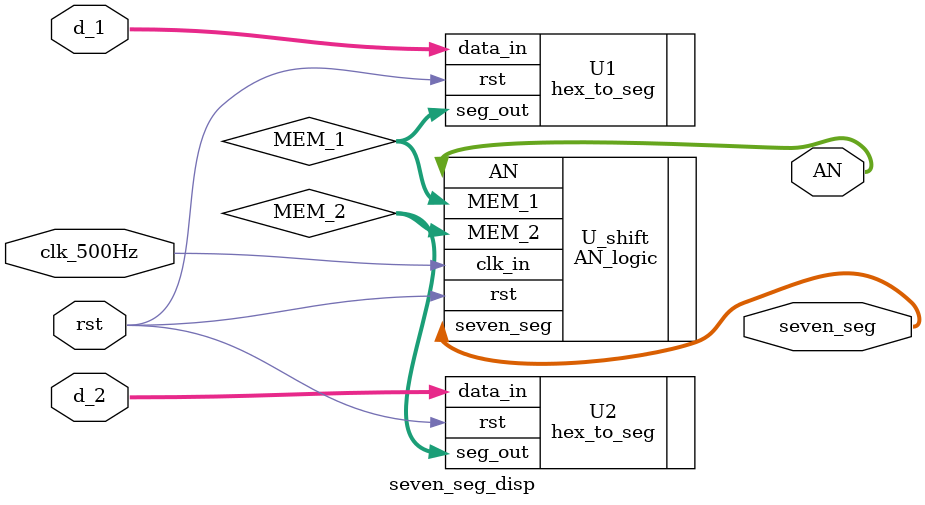
<source format=v>
`timescale 1ns / 1ps

module seven_seg_disp(
    input [3:0] d_1,
    input [3:0] d_2,
    //input [3:0] d_3,
    //input [3:0] d_4,
    //input clk_in,
    input rst,
    output [7:0] AN,
    output [6:0] seven_seg,
	
	input clk_500Hz
    );

wire [6:0] MEM_1, MEM_2;
wire [6:0] MEM_3, MEM_4;


hex_to_seg U1 (.rst(rst), .data_in(d_1), .seg_out(MEM_1));
hex_to_seg U2 (.rst(rst), .data_in(d_2), .seg_out(MEM_2));
//hex_to_seg U3 (.clk_in(clk_in), .rst(rst), .data_in(d_3), .seg_out(MEM_3));
//hex_to_seg U4 (.clk_in(clk_in), .rst(rst), .data_in(d_4), .seg_out(MEM_4));	
	
AN_logic U_shift(
	.clk_in(clk_500Hz), .rst(rst),
	.MEM_1(MEM_1), .MEM_2(MEM_2), //.MEM_3(MEM_3), .MEM_4(MEM_4),
	.AN(AN), .seven_seg(seven_seg));

	
endmodule

</source>
